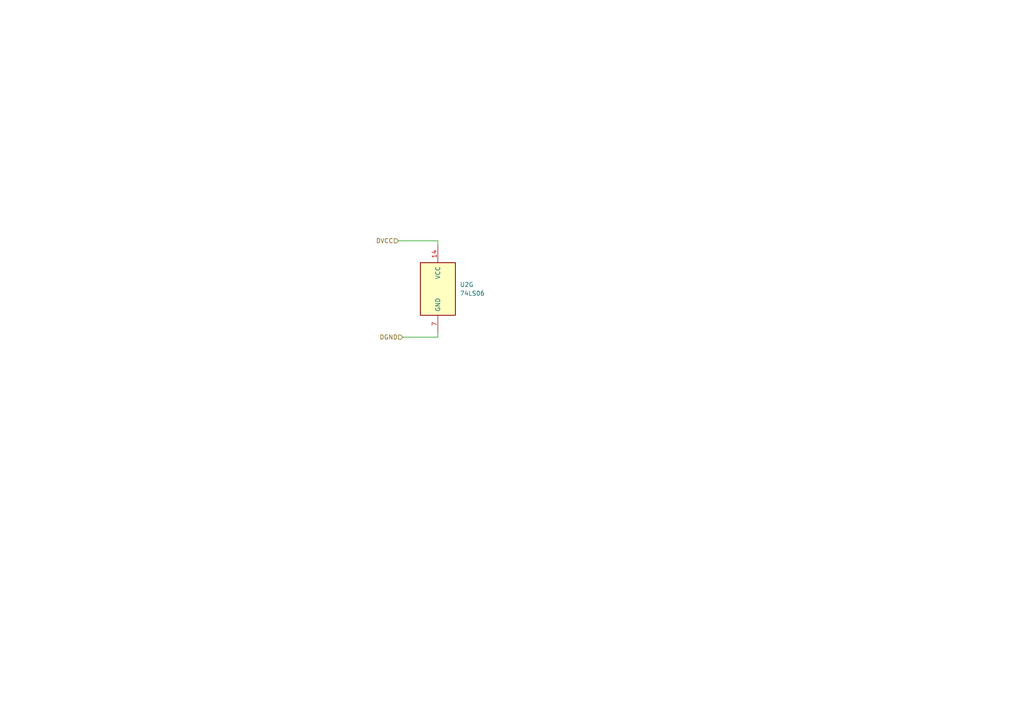
<source format=kicad_sch>
(kicad_sch (version 20231120) (generator "eeschema") (generator_version "8.0")
  (paper "A4")
  (lib_symbols
    (symbol "74xx:74LS06" (pin_names (offset 1.016))
      (property "Reference" "U" (at 0 1.27 0))
      (property "Value" "74LS06" (at 0 -1.27 0))
      (symbol "74LS06_1_0"
        (polyline (pts (xy -3.81 3.81) (xy -3.81 -3.81) (xy 3.81 0) (xy -3.81 3.81)) (stroke (width 0.254)) (fill (type background)))
        (pin input line (at -7.62 0 0) (length 3.81) (name "~") (number "1"))
        (pin open_collector inverted (at 7.62 0 180) (length 3.81) (name "~") (number "2"))
      )
      (symbol "74LS06_2_0"
        (polyline (pts (xy -3.81 3.81) (xy -3.81 -3.81) (xy 3.81 0) (xy -3.81 3.81)) (stroke (width 0.254)) (fill (type background)))
        (pin input line (at -7.62 0 0) (length 3.81) (name "~") (number "3"))
        (pin open_collector inverted (at 7.62 0 180) (length 3.81) (name "~") (number "4"))
      )
      (symbol "74LS06_3_0"
        (polyline (pts (xy -3.81 3.81) (xy -3.81 -3.81) (xy 3.81 0) (xy -3.81 3.81)) (stroke (width 0.254)) (fill (type background)))
        (pin input line (at -7.62 0 0) (length 3.81) (name "~") (number "5"))
        (pin open_collector inverted (at 7.62 0 180) (length 3.81) (name "~") (number "6"))
      )
      (symbol "74LS06_4_0"
        (polyline (pts (xy -3.81 3.81) (xy -3.81 -3.81) (xy 3.81 0) (xy -3.81 3.81)) (stroke (width 0.254)) (fill (type background)))
        (pin open_collector inverted (at 7.62 0 180) (length 3.81) (name "~") (number "8"))
        (pin input line (at -7.62 0 0) (length 3.81) (name "~") (number "9"))
      )
      (symbol "74LS06_5_0"
        (polyline (pts (xy -3.81 3.81) (xy -3.81 -3.81) (xy 3.81 0) (xy -3.81 3.81)) (stroke (width 0.254)) (fill (type background)))
        (pin open_collector inverted (at 7.62 0 180) (length 3.81) (name "~") (number "10"))
        (pin input line (at -7.62 0 0) (length 3.81) (name "~") (number "11"))
      )
      (symbol "74LS06_6_0"
        (polyline (pts (xy -3.81 3.81) (xy -3.81 -3.81) (xy 3.81 0) (xy -3.81 3.81)) (stroke (width 0.254)) (fill (type background)))
        (pin open_collector inverted (at 7.62 0 180) (length 3.81) (name "~") (number "12"))
        (pin input line (at -7.62 0 0) (length 3.81) (name "~") (number "13"))
      )
      (symbol "74LS06_7_0"
        (pin power_in line (at 0 12.7 270) (length 5.08) (name "VCC") (number "14"))
        (pin power_in line (at 0 -12.7 90) (length 5.08) (name "GND") (number "7"))
      )
      (symbol "74LS06_7_1"
        (rectangle (start -5.08 7.62) (end 5.08 -7.62) (stroke (width 0.254)) (fill (type background)))
      )
    )
  )
  (wire (pts (xy 127 71.12) (xy 127 69.85)))
  (wire (pts (xy 116.84 97.79) (xy 127 97.79)))
  (wire (pts (xy 127 96.52) (xy 127 97.79)))
  (wire (pts (xy 115.57 69.85) (xy 127 69.85)))
  (hierarchical_label "DVCC" (shape input) (at 115.57 69.85 180))
  (hierarchical_label "DGND" (shape input) (at 116.84 97.79 180))
  (symbol (lib_id "74xx:74LS06") (at 127 83.82 0) (unit 7)
    (property "Reference" "U2" (at 133.35 82.5499 0) (effects (justify left)))
    (property "Value" "74LS06" (at 133.35 85.0899 0) (effects (justify left)))
    (property "Footprint" "Package_DIP:DIP-14_W7.62mm" (effects (hide yes)))
    (property "Datasheet" "http://www.ti.com/lit/gpn/sn74LS06" (effects (hide yes)))
    (property "Description" "Inverter Open Collect" (effects (hide yes)))
  )
)
</source>
